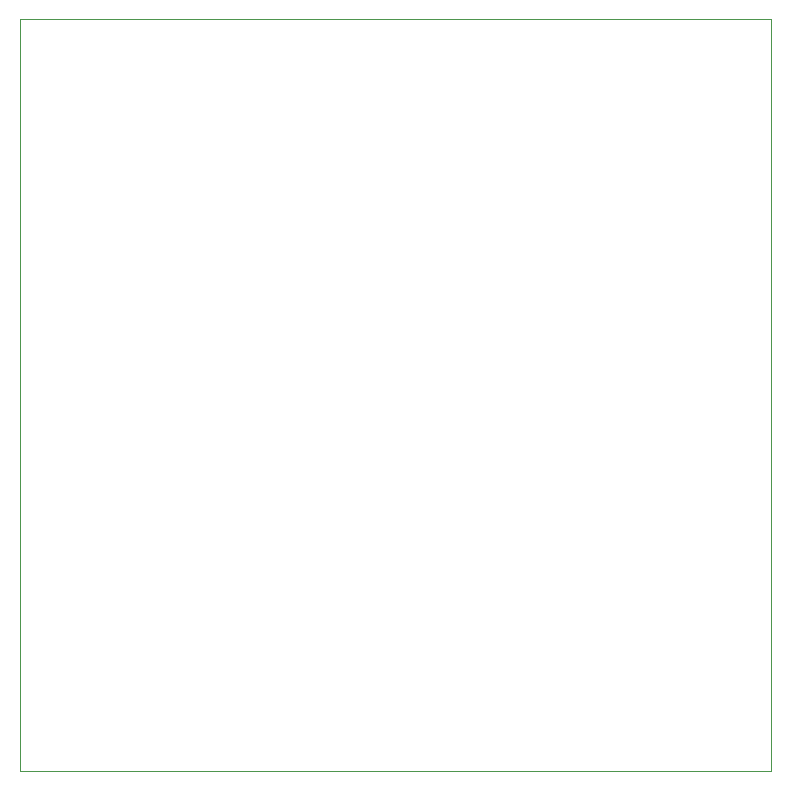
<source format=gm1>
G04 #@! TF.GenerationSoftware,KiCad,Pcbnew,(6.0.6)*
G04 #@! TF.CreationDate,2022-10-25T18:49:35+02:00*
G04 #@! TF.ProjectId,matrix_module,6d617472-6978-45f6-9d6f-64756c652e6b,rev?*
G04 #@! TF.SameCoordinates,Original*
G04 #@! TF.FileFunction,Profile,NP*
%FSLAX46Y46*%
G04 Gerber Fmt 4.6, Leading zero omitted, Abs format (unit mm)*
G04 Created by KiCad (PCBNEW (6.0.6)) date 2022-10-25 18:49:35*
%MOMM*%
%LPD*%
G01*
G04 APERTURE LIST*
G04 #@! TA.AperFunction,Profile*
%ADD10C,0.100000*%
G04 #@! TD*
G04 #@! TA.AperFunction,Profile*
%ADD11C,0.120000*%
G04 #@! TD*
G04 APERTURE END LIST*
D10*
X63800000Y-31800000D02*
X63800000Y-26477500D01*
X200000Y31800000D02*
X63800000Y31800000D01*
X200000Y-26477500D02*
X200000Y-31800000D01*
X200000Y5522500D02*
X200000Y-5522500D01*
X200000Y26477500D02*
X200000Y31800000D01*
X63800000Y-5522500D02*
X63800000Y5522500D01*
X63800000Y26477500D02*
X63800000Y31800000D01*
X200000Y-31800000D02*
X63800000Y-31800000D01*
D11*
X63800000Y26477500D02*
X63800000Y5522500D01*
X200000Y-5522500D02*
X200000Y-26477500D01*
X200000Y26477500D02*
X200000Y5522500D01*
X63800000Y-5522500D02*
X63800000Y-26477500D01*
M02*

</source>
